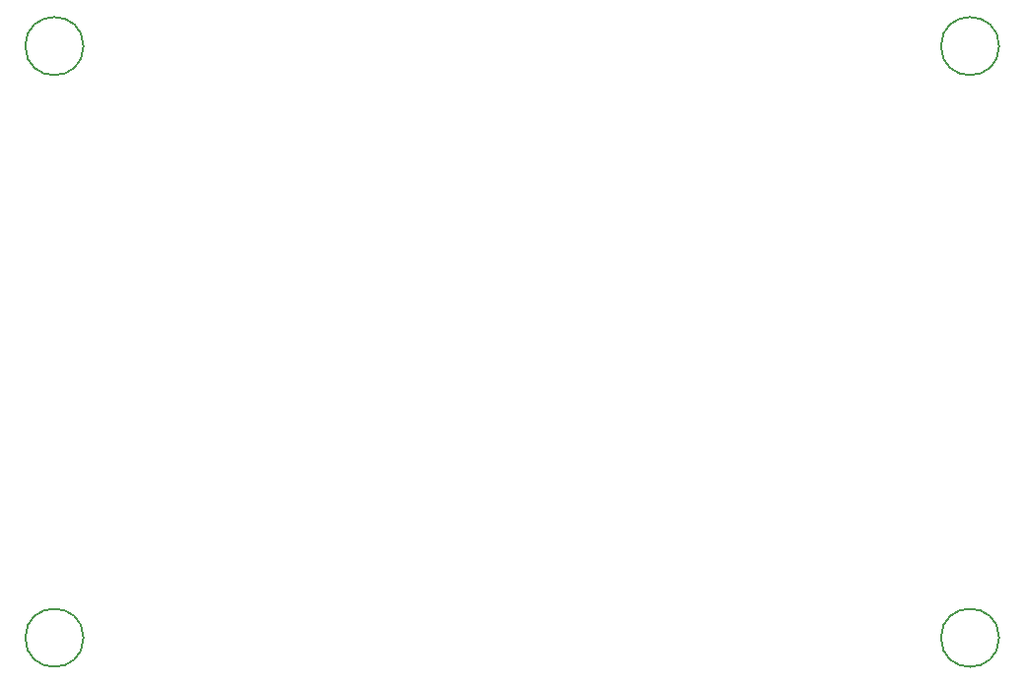
<source format=gbr>
G04 #@! TF.GenerationSoftware,KiCad,Pcbnew,9.0.7*
G04 #@! TF.CreationDate,2026-02-15T20:38:08+11:00*
G04 #@! TF.ProjectId,AmigaUSBFloppy,416d6967-6155-4534-9246-6c6f7070792e,rev?*
G04 #@! TF.SameCoordinates,Original*
G04 #@! TF.FileFunction,Other,Comment*
%FSLAX46Y46*%
G04 Gerber Fmt 4.6, Leading zero omitted, Abs format (unit mm)*
G04 Created by KiCad (PCBNEW 9.0.7) date 2026-02-15 20:38:08*
%MOMM*%
%LPD*%
G01*
G04 APERTURE LIST*
%ADD10C,0.150000*%
G04 APERTURE END LIST*
D10*
X113740000Y-110737500D02*
G75*
G02*
X108740000Y-110737500I-2500000J0D01*
G01*
X108740000Y-110737500D02*
G75*
G02*
X113740000Y-110737500I2500000J0D01*
G01*
X192400000Y-110737500D02*
G75*
G02*
X187400000Y-110737500I-2500000J0D01*
G01*
X187400000Y-110737500D02*
G75*
G02*
X192400000Y-110737500I2500000J0D01*
G01*
X113740000Y-59837500D02*
G75*
G02*
X108740000Y-59837500I-2500000J0D01*
G01*
X108740000Y-59837500D02*
G75*
G02*
X113740000Y-59837500I2500000J0D01*
G01*
X192400000Y-59837500D02*
G75*
G02*
X187400000Y-59837500I-2500000J0D01*
G01*
X187400000Y-59837500D02*
G75*
G02*
X192400000Y-59837500I2500000J0D01*
G01*
M02*

</source>
